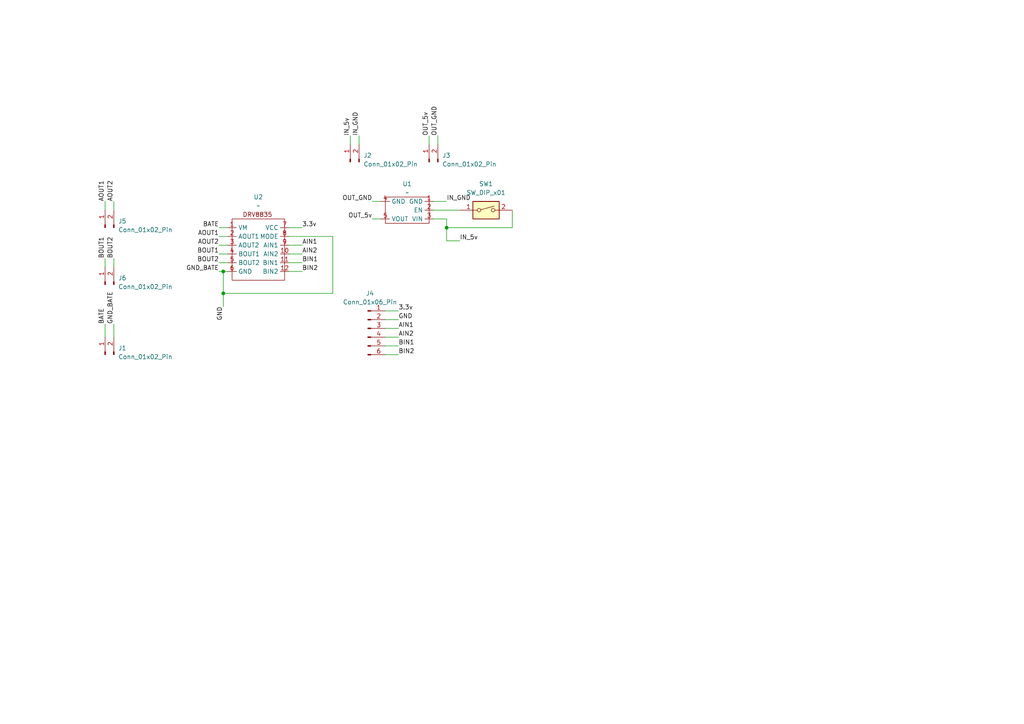
<source format=kicad_sch>
(kicad_sch
	(version 20231120)
	(generator "eeschema")
	(generator_version "8.0")
	(uuid "80f0c6d6-7882-4a10-858a-b11fd06a6ffb")
	(paper "A4")
	(lib_symbols
		(symbol "Connector:Conn_01x02_Pin"
			(pin_names
				(offset 1.016) hide)
			(exclude_from_sim no)
			(in_bom yes)
			(on_board yes)
			(property "Reference" "J"
				(at 0 2.54 0)
				(effects
					(font
						(size 1.27 1.27)
					)
				)
			)
			(property "Value" "Conn_01x02_Pin"
				(at 0 -5.08 0)
				(effects
					(font
						(size 1.27 1.27)
					)
				)
			)
			(property "Footprint" ""
				(at 0 0 0)
				(effects
					(font
						(size 1.27 1.27)
					)
					(hide yes)
				)
			)
			(property "Datasheet" "~"
				(at 0 0 0)
				(effects
					(font
						(size 1.27 1.27)
					)
					(hide yes)
				)
			)
			(property "Description" "Generic connector, single row, 01x02, script generated"
				(at 0 0 0)
				(effects
					(font
						(size 1.27 1.27)
					)
					(hide yes)
				)
			)
			(property "ki_locked" ""
				(at 0 0 0)
				(effects
					(font
						(size 1.27 1.27)
					)
				)
			)
			(property "ki_keywords" "connector"
				(at 0 0 0)
				(effects
					(font
						(size 1.27 1.27)
					)
					(hide yes)
				)
			)
			(property "ki_fp_filters" "Connector*:*_1x??_*"
				(at 0 0 0)
				(effects
					(font
						(size 1.27 1.27)
					)
					(hide yes)
				)
			)
			(symbol "Conn_01x02_Pin_1_1"
				(polyline
					(pts
						(xy 1.27 -2.54) (xy 0.8636 -2.54)
					)
					(stroke
						(width 0.1524)
						(type default)
					)
					(fill
						(type none)
					)
				)
				(polyline
					(pts
						(xy 1.27 0) (xy 0.8636 0)
					)
					(stroke
						(width 0.1524)
						(type default)
					)
					(fill
						(type none)
					)
				)
				(rectangle
					(start 0.8636 -2.413)
					(end 0 -2.667)
					(stroke
						(width 0.1524)
						(type default)
					)
					(fill
						(type outline)
					)
				)
				(rectangle
					(start 0.8636 0.127)
					(end 0 -0.127)
					(stroke
						(width 0.1524)
						(type default)
					)
					(fill
						(type outline)
					)
				)
				(pin passive line
					(at 5.08 0 180)
					(length 3.81)
					(name "Pin_1"
						(effects
							(font
								(size 1.27 1.27)
							)
						)
					)
					(number "1"
						(effects
							(font
								(size 1.27 1.27)
							)
						)
					)
				)
				(pin passive line
					(at 5.08 -2.54 180)
					(length 3.81)
					(name "Pin_2"
						(effects
							(font
								(size 1.27 1.27)
							)
						)
					)
					(number "2"
						(effects
							(font
								(size 1.27 1.27)
							)
						)
					)
				)
			)
		)
		(symbol "Connector:Conn_01x06_Pin"
			(pin_names
				(offset 1.016) hide)
			(exclude_from_sim no)
			(in_bom yes)
			(on_board yes)
			(property "Reference" "J"
				(at 0 7.62 0)
				(effects
					(font
						(size 1.27 1.27)
					)
				)
			)
			(property "Value" "Conn_01x06_Pin"
				(at 0 -10.16 0)
				(effects
					(font
						(size 1.27 1.27)
					)
				)
			)
			(property "Footprint" ""
				(at 0 0 0)
				(effects
					(font
						(size 1.27 1.27)
					)
					(hide yes)
				)
			)
			(property "Datasheet" "~"
				(at 0 0 0)
				(effects
					(font
						(size 1.27 1.27)
					)
					(hide yes)
				)
			)
			(property "Description" "Generic connector, single row, 01x06, script generated"
				(at 0 0 0)
				(effects
					(font
						(size 1.27 1.27)
					)
					(hide yes)
				)
			)
			(property "ki_locked" ""
				(at 0 0 0)
				(effects
					(font
						(size 1.27 1.27)
					)
				)
			)
			(property "ki_keywords" "connector"
				(at 0 0 0)
				(effects
					(font
						(size 1.27 1.27)
					)
					(hide yes)
				)
			)
			(property "ki_fp_filters" "Connector*:*_1x??_*"
				(at 0 0 0)
				(effects
					(font
						(size 1.27 1.27)
					)
					(hide yes)
				)
			)
			(symbol "Conn_01x06_Pin_1_1"
				(polyline
					(pts
						(xy 1.27 -7.62) (xy 0.8636 -7.62)
					)
					(stroke
						(width 0.1524)
						(type default)
					)
					(fill
						(type none)
					)
				)
				(polyline
					(pts
						(xy 1.27 -5.08) (xy 0.8636 -5.08)
					)
					(stroke
						(width 0.1524)
						(type default)
					)
					(fill
						(type none)
					)
				)
				(polyline
					(pts
						(xy 1.27 -2.54) (xy 0.8636 -2.54)
					)
					(stroke
						(width 0.1524)
						(type default)
					)
					(fill
						(type none)
					)
				)
				(polyline
					(pts
						(xy 1.27 0) (xy 0.8636 0)
					)
					(stroke
						(width 0.1524)
						(type default)
					)
					(fill
						(type none)
					)
				)
				(polyline
					(pts
						(xy 1.27 2.54) (xy 0.8636 2.54)
					)
					(stroke
						(width 0.1524)
						(type default)
					)
					(fill
						(type none)
					)
				)
				(polyline
					(pts
						(xy 1.27 5.08) (xy 0.8636 5.08)
					)
					(stroke
						(width 0.1524)
						(type default)
					)
					(fill
						(type none)
					)
				)
				(rectangle
					(start 0.8636 -7.493)
					(end 0 -7.747)
					(stroke
						(width 0.1524)
						(type default)
					)
					(fill
						(type outline)
					)
				)
				(rectangle
					(start 0.8636 -4.953)
					(end 0 -5.207)
					(stroke
						(width 0.1524)
						(type default)
					)
					(fill
						(type outline)
					)
				)
				(rectangle
					(start 0.8636 -2.413)
					(end 0 -2.667)
					(stroke
						(width 0.1524)
						(type default)
					)
					(fill
						(type outline)
					)
				)
				(rectangle
					(start 0.8636 0.127)
					(end 0 -0.127)
					(stroke
						(width 0.1524)
						(type default)
					)
					(fill
						(type outline)
					)
				)
				(rectangle
					(start 0.8636 2.667)
					(end 0 2.413)
					(stroke
						(width 0.1524)
						(type default)
					)
					(fill
						(type outline)
					)
				)
				(rectangle
					(start 0.8636 5.207)
					(end 0 4.953)
					(stroke
						(width 0.1524)
						(type default)
					)
					(fill
						(type outline)
					)
				)
				(pin passive line
					(at 5.08 5.08 180)
					(length 3.81)
					(name "Pin_1"
						(effects
							(font
								(size 1.27 1.27)
							)
						)
					)
					(number "1"
						(effects
							(font
								(size 1.27 1.27)
							)
						)
					)
				)
				(pin passive line
					(at 5.08 2.54 180)
					(length 3.81)
					(name "Pin_2"
						(effects
							(font
								(size 1.27 1.27)
							)
						)
					)
					(number "2"
						(effects
							(font
								(size 1.27 1.27)
							)
						)
					)
				)
				(pin passive line
					(at 5.08 0 180)
					(length 3.81)
					(name "Pin_3"
						(effects
							(font
								(size 1.27 1.27)
							)
						)
					)
					(number "3"
						(effects
							(font
								(size 1.27 1.27)
							)
						)
					)
				)
				(pin passive line
					(at 5.08 -2.54 180)
					(length 3.81)
					(name "Pin_4"
						(effects
							(font
								(size 1.27 1.27)
							)
						)
					)
					(number "4"
						(effects
							(font
								(size 1.27 1.27)
							)
						)
					)
				)
				(pin passive line
					(at 5.08 -5.08 180)
					(length 3.81)
					(name "Pin_5"
						(effects
							(font
								(size 1.27 1.27)
							)
						)
					)
					(number "5"
						(effects
							(font
								(size 1.27 1.27)
							)
						)
					)
				)
				(pin passive line
					(at 5.08 -7.62 180)
					(length 3.81)
					(name "Pin_6"
						(effects
							(font
								(size 1.27 1.27)
							)
						)
					)
					(number "6"
						(effects
							(font
								(size 1.27 1.27)
							)
						)
					)
				)
			)
		)
		(symbol "DCDC5v:5vOUT"
			(exclude_from_sim no)
			(in_bom yes)
			(on_board yes)
			(property "Reference" "U1"
				(at -6.35 -3.81 90)
				(effects
					(font
						(size 1.27 1.27)
					)
				)
			)
			(property "Value" "~"
				(at -3.81 -3.81 90)
				(effects
					(font
						(size 1.27 1.27)
					)
				)
			)
			(property "Footprint" "my_foot:TPS61230A"
				(at 0 0 0)
				(effects
					(font
						(size 1.27 1.27)
					)
					(hide yes)
				)
			)
			(property "Datasheet" ""
				(at 0 0 0)
				(effects
					(font
						(size 1.27 1.27)
					)
					(hide yes)
				)
			)
			(property "Description" ""
				(at 0 0 0)
				(effects
					(font
						(size 1.27 1.27)
					)
					(hide yes)
				)
			)
			(symbol "5vOUT_0_1"
				(rectangle
					(start -2.54 2.54)
					(end 5.08 -10.16)
					(stroke
						(width 0)
						(type default)
					)
					(fill
						(type none)
					)
				)
			)
			(symbol "5vOUT_1_1"
				(pin output line
					(at -1.27 3.81 270)
					(length 2.54)
					(name "GND"
						(effects
							(font
								(size 1.27 1.27)
							)
						)
					)
					(number "1"
						(effects
							(font
								(size 1.27 1.27)
							)
						)
					)
				)
				(pin output line
					(at 1.27 3.81 270)
					(length 2.54)
					(name "EN"
						(effects
							(font
								(size 1.27 1.27)
							)
						)
					)
					(number "2"
						(effects
							(font
								(size 1.27 1.27)
							)
						)
					)
				)
				(pin output line
					(at 3.81 3.81 270)
					(length 2.54)
					(name "VIN"
						(effects
							(font
								(size 1.27 1.27)
							)
						)
					)
					(number "3"
						(effects
							(font
								(size 1.27 1.27)
							)
						)
					)
				)
				(pin output line
					(at -1.27 -11.43 90)
					(length 2.54)
					(name "GND"
						(effects
							(font
								(size 1.27 1.27)
							)
						)
					)
					(number "4"
						(effects
							(font
								(size 1.27 1.27)
							)
						)
					)
				)
				(pin output line
					(at 3.81 -11.43 90)
					(length 2.54)
					(name "VOUT"
						(effects
							(font
								(size 1.27 1.27)
							)
						)
					)
					(number "5"
						(effects
							(font
								(size 1.27 1.27)
							)
						)
					)
				)
			)
		)
		(symbol "Switch:SW_DIP_x01"
			(pin_names
				(offset 0) hide)
			(exclude_from_sim no)
			(in_bom yes)
			(on_board yes)
			(property "Reference" "SW"
				(at 0 3.81 0)
				(effects
					(font
						(size 1.27 1.27)
					)
				)
			)
			(property "Value" "SW_DIP_x01"
				(at 0 -3.81 0)
				(effects
					(font
						(size 1.27 1.27)
					)
				)
			)
			(property "Footprint" ""
				(at 0 0 0)
				(effects
					(font
						(size 1.27 1.27)
					)
					(hide yes)
				)
			)
			(property "Datasheet" "~"
				(at 0 0 0)
				(effects
					(font
						(size 1.27 1.27)
					)
					(hide yes)
				)
			)
			(property "Description" "1x DIP Switch, Single Pole Single Throw (SPST) switch, small symbol"
				(at 0 0 0)
				(effects
					(font
						(size 1.27 1.27)
					)
					(hide yes)
				)
			)
			(property "ki_keywords" "dip switch"
				(at 0 0 0)
				(effects
					(font
						(size 1.27 1.27)
					)
					(hide yes)
				)
			)
			(property "ki_fp_filters" "SW?DIP?x1*"
				(at 0 0 0)
				(effects
					(font
						(size 1.27 1.27)
					)
					(hide yes)
				)
			)
			(symbol "SW_DIP_x01_0_0"
				(circle
					(center -2.032 0)
					(radius 0.508)
					(stroke
						(width 0)
						(type default)
					)
					(fill
						(type none)
					)
				)
				(polyline
					(pts
						(xy -1.524 0.127) (xy 2.3622 1.1684)
					)
					(stroke
						(width 0)
						(type default)
					)
					(fill
						(type none)
					)
				)
				(circle
					(center 2.032 0)
					(radius 0.508)
					(stroke
						(width 0)
						(type default)
					)
					(fill
						(type none)
					)
				)
			)
			(symbol "SW_DIP_x01_0_1"
				(rectangle
					(start -3.81 2.54)
					(end 3.81 -2.54)
					(stroke
						(width 0.254)
						(type default)
					)
					(fill
						(type background)
					)
				)
			)
			(symbol "SW_DIP_x01_1_1"
				(pin passive line
					(at -7.62 0 0)
					(length 5.08)
					(name "~"
						(effects
							(font
								(size 1.27 1.27)
							)
						)
					)
					(number "1"
						(effects
							(font
								(size 1.27 1.27)
							)
						)
					)
				)
				(pin passive line
					(at 7.62 0 180)
					(length 5.08)
					(name "~"
						(effects
							(font
								(size 1.27 1.27)
							)
						)
					)
					(number "2"
						(effects
							(font
								(size 1.27 1.27)
							)
						)
					)
				)
			)
		)
		(symbol "motor_driver:DRV8835"
			(exclude_from_sim no)
			(in_bom yes)
			(on_board yes)
			(property "Reference" "U2"
				(at -3.556 9.398 0)
				(effects
					(font
						(size 1.27 1.27)
					)
				)
			)
			(property "Value" ""
				(at 0 0 0)
				(effects
					(font
						(size 1.27 1.27)
					)
				)
			)
			(property "Footprint" ""
				(at 0 0 0)
				(effects
					(font
						(size 1.27 1.27)
					)
					(hide yes)
				)
			)
			(property "Datasheet" ""
				(at 0 0 0)
				(effects
					(font
						(size 1.27 1.27)
					)
					(hide yes)
				)
			)
			(property "Description" ""
				(at 0 0 0)
				(effects
					(font
						(size 1.27 1.27)
					)
					(hide yes)
				)
			)
			(symbol "DRV8835_0_1"
				(rectangle
					(start 1.27 7.62)
					(end 16.51 -10.16)
					(stroke
						(width 0)
						(type default)
					)
					(fill
						(type none)
					)
				)
			)
			(symbol "DRV8835_1_1"
				(text "DRV8835"
					(at 8.636 8.89 0)
					(effects
						(font
							(size 1.27 1.27)
						)
					)
				)
				(pin output line
					(at 0 5.08 0)
					(length 2.54)
					(name "VM"
						(effects
							(font
								(size 1.27 1.27)
							)
						)
					)
					(number "1"
						(effects
							(font
								(size 1.27 1.27)
							)
						)
					)
				)
				(pin output line
					(at 17.78 -2.54 180)
					(length 2.54)
					(name "AIN2"
						(effects
							(font
								(size 1.27 1.27)
							)
						)
					)
					(number "10"
						(effects
							(font
								(size 1.27 1.27)
							)
						)
					)
				)
				(pin output line
					(at 17.78 -5.08 180)
					(length 2.54)
					(name "BIN1"
						(effects
							(font
								(size 1.27 1.27)
							)
						)
					)
					(number "11"
						(effects
							(font
								(size 1.27 1.27)
							)
						)
					)
				)
				(pin output line
					(at 17.78 -7.62 180)
					(length 2.54)
					(name "BIN2"
						(effects
							(font
								(size 1.27 1.27)
							)
						)
					)
					(number "12"
						(effects
							(font
								(size 1.27 1.27)
							)
						)
					)
				)
				(pin output line
					(at 0 2.54 0)
					(length 2.54)
					(name "AOUT1"
						(effects
							(font
								(size 1.27 1.27)
							)
						)
					)
					(number "2"
						(effects
							(font
								(size 1.27 1.27)
							)
						)
					)
				)
				(pin output line
					(at 0 0 0)
					(length 2.54)
					(name "AOUT2"
						(effects
							(font
								(size 1.27 1.27)
							)
						)
					)
					(number "3"
						(effects
							(font
								(size 1.27 1.27)
							)
						)
					)
				)
				(pin output line
					(at 0 -2.54 0)
					(length 2.54)
					(name "BOUT1"
						(effects
							(font
								(size 1.27 1.27)
							)
						)
					)
					(number "4"
						(effects
							(font
								(size 1.27 1.27)
							)
						)
					)
				)
				(pin output line
					(at 0 -5.08 0)
					(length 2.54)
					(name "BOUT2"
						(effects
							(font
								(size 1.27 1.27)
							)
						)
					)
					(number "5"
						(effects
							(font
								(size 1.27 1.27)
							)
						)
					)
				)
				(pin output line
					(at 0 -7.62 0)
					(length 2.54)
					(name "GND"
						(effects
							(font
								(size 1.27 1.27)
							)
						)
					)
					(number "6"
						(effects
							(font
								(size 1.27 1.27)
							)
						)
					)
				)
				(pin output line
					(at 17.78 5.08 180)
					(length 2.54)
					(name "VCC"
						(effects
							(font
								(size 1.27 1.27)
							)
						)
					)
					(number "7"
						(effects
							(font
								(size 1.27 1.27)
							)
						)
					)
				)
				(pin output line
					(at 17.78 2.54 180)
					(length 2.54)
					(name "MODE"
						(effects
							(font
								(size 1.27 1.27)
							)
						)
					)
					(number "8"
						(effects
							(font
								(size 1.27 1.27)
							)
						)
					)
				)
				(pin output line
					(at 17.78 0 180)
					(length 2.54)
					(name "AIN1"
						(effects
							(font
								(size 1.27 1.27)
							)
						)
					)
					(number "9"
						(effects
							(font
								(size 1.27 1.27)
							)
						)
					)
				)
			)
		)
	)
	(junction
		(at 64.77 85.09)
		(diameter 0)
		(color 0 0 0 0)
		(uuid "5d118c3a-28a8-40de-b601-a2a86f727e30")
	)
	(junction
		(at 64.77 78.74)
		(diameter 0)
		(color 0 0 0 0)
		(uuid "948780e3-7a32-4e90-83af-8e8b7c601fe8")
	)
	(junction
		(at 129.54 66.04)
		(diameter 0)
		(color 0 0 0 0)
		(uuid "f5c25e9d-1b95-4a31-99bd-e182ed448d6f")
	)
	(wire
		(pts
			(xy 83.82 66.04) (xy 87.63 66.04)
		)
		(stroke
			(width 0)
			(type default)
		)
		(uuid "04a78769-45fc-4e94-821d-4ba2de86b443")
	)
	(wire
		(pts
			(xy 83.82 68.58) (xy 96.52 68.58)
		)
		(stroke
			(width 0)
			(type default)
		)
		(uuid "0a693fd2-97bb-49ee-aa16-dee24d15c611")
	)
	(wire
		(pts
			(xy 124.46 39.37) (xy 124.46 41.91)
		)
		(stroke
			(width 0)
			(type default)
		)
		(uuid "15a28320-9912-4be5-9dd0-faf5532dd01d")
	)
	(wire
		(pts
			(xy 96.52 68.58) (xy 96.52 85.09)
		)
		(stroke
			(width 0)
			(type default)
		)
		(uuid "174260fe-0479-448b-999a-cfe4815d4829")
	)
	(wire
		(pts
			(xy 111.76 92.71) (xy 115.57 92.71)
		)
		(stroke
			(width 0)
			(type default)
		)
		(uuid "19c6bd78-8442-4625-89aa-a73c6d7fbac5")
	)
	(wire
		(pts
			(xy 125.73 58.42) (xy 129.54 58.42)
		)
		(stroke
			(width 0)
			(type default)
		)
		(uuid "1bfd6e95-694b-49bd-8c9c-a2a5dde58a2c")
	)
	(wire
		(pts
			(xy 64.77 78.74) (xy 66.04 78.74)
		)
		(stroke
			(width 0)
			(type default)
		)
		(uuid "1f507fc0-52ad-4121-80ca-ebcd42c46e1e")
	)
	(wire
		(pts
			(xy 63.5 76.2) (xy 66.04 76.2)
		)
		(stroke
			(width 0)
			(type default)
		)
		(uuid "22a295a7-3921-4035-8011-276ea2e99473")
	)
	(wire
		(pts
			(xy 148.59 60.96) (xy 148.59 66.04)
		)
		(stroke
			(width 0)
			(type default)
		)
		(uuid "2a199348-5ca5-4cc0-be17-448c8a17f080")
	)
	(wire
		(pts
			(xy 83.82 73.66) (xy 87.63 73.66)
		)
		(stroke
			(width 0)
			(type default)
		)
		(uuid "2d13aca2-5fc4-4157-b592-b525dd42f189")
	)
	(wire
		(pts
			(xy 107.95 58.42) (xy 110.49 58.42)
		)
		(stroke
			(width 0)
			(type default)
		)
		(uuid "30d061bc-50f2-4d96-986f-9684d8495fd6")
	)
	(wire
		(pts
			(xy 125.73 60.96) (xy 133.35 60.96)
		)
		(stroke
			(width 0)
			(type default)
		)
		(uuid "394d01b6-75a8-446d-9c80-b01d1c4857cc")
	)
	(wire
		(pts
			(xy 30.48 58.42) (xy 30.48 60.96)
		)
		(stroke
			(width 0)
			(type default)
		)
		(uuid "3acff8b5-3af7-46dc-b304-1fadbd81d218")
	)
	(wire
		(pts
			(xy 127 39.37) (xy 127 41.91)
		)
		(stroke
			(width 0)
			(type default)
		)
		(uuid "3c4d1c57-2426-4613-a5b5-97f1cd96b0cb")
	)
	(wire
		(pts
			(xy 111.76 90.17) (xy 115.57 90.17)
		)
		(stroke
			(width 0)
			(type default)
		)
		(uuid "3c57df98-9bcb-4de9-8809-1a4cf6a5b449")
	)
	(wire
		(pts
			(xy 63.5 78.74) (xy 64.77 78.74)
		)
		(stroke
			(width 0)
			(type default)
		)
		(uuid "49cac142-f3f8-458a-ae5d-82c5917312ed")
	)
	(wire
		(pts
			(xy 30.48 93.98) (xy 30.48 97.79)
		)
		(stroke
			(width 0)
			(type default)
		)
		(uuid "59196ae6-b80f-449c-8696-858474a9e780")
	)
	(wire
		(pts
			(xy 104.14 39.37) (xy 104.14 41.91)
		)
		(stroke
			(width 0)
			(type default)
		)
		(uuid "5afd9416-f2f5-4994-adc9-7add41120c2a")
	)
	(wire
		(pts
			(xy 64.77 85.09) (xy 64.77 88.9)
		)
		(stroke
			(width 0)
			(type default)
		)
		(uuid "5ed9c7c7-5eca-45ea-944f-f9501fb52c40")
	)
	(wire
		(pts
			(xy 111.76 97.79) (xy 115.57 97.79)
		)
		(stroke
			(width 0)
			(type default)
		)
		(uuid "5f099689-29fe-4d64-887d-abcb0fe22082")
	)
	(wire
		(pts
			(xy 83.82 71.12) (xy 87.63 71.12)
		)
		(stroke
			(width 0)
			(type default)
		)
		(uuid "5f0b0ca7-f451-4133-964a-b644265422fc")
	)
	(wire
		(pts
			(xy 63.5 71.12) (xy 66.04 71.12)
		)
		(stroke
			(width 0)
			(type default)
		)
		(uuid "609eaa30-109e-4335-b4cd-b8d1eb659139")
	)
	(wire
		(pts
			(xy 63.5 68.58) (xy 66.04 68.58)
		)
		(stroke
			(width 0)
			(type default)
		)
		(uuid "7454f118-ab7a-40e2-8763-e4f19bee09ec")
	)
	(wire
		(pts
			(xy 111.76 100.33) (xy 115.57 100.33)
		)
		(stroke
			(width 0)
			(type default)
		)
		(uuid "756f7551-7f58-4148-b4cd-216de23ed715")
	)
	(wire
		(pts
			(xy 33.02 58.42) (xy 33.02 60.96)
		)
		(stroke
			(width 0)
			(type default)
		)
		(uuid "7aaab0c7-ce95-491e-812d-3b105a302594")
	)
	(wire
		(pts
			(xy 107.95 63.5) (xy 110.49 63.5)
		)
		(stroke
			(width 0)
			(type default)
		)
		(uuid "7d9ef34e-2644-4e0d-a8ca-ea888ce76047")
	)
	(wire
		(pts
			(xy 125.73 63.5) (xy 129.54 63.5)
		)
		(stroke
			(width 0)
			(type default)
		)
		(uuid "814d6567-b621-43a5-ac7d-21a0db748502")
	)
	(wire
		(pts
			(xy 101.6 39.37) (xy 101.6 41.91)
		)
		(stroke
			(width 0)
			(type default)
		)
		(uuid "8a054f1c-67f1-4890-af11-7a7f7b81f6f3")
	)
	(wire
		(pts
			(xy 129.54 63.5) (xy 129.54 66.04)
		)
		(stroke
			(width 0)
			(type default)
		)
		(uuid "90aaedb2-ae1f-4506-9d97-2532f68ecbc9")
	)
	(wire
		(pts
			(xy 111.76 102.87) (xy 115.57 102.87)
		)
		(stroke
			(width 0)
			(type default)
		)
		(uuid "95be341c-21f9-4c29-a0bb-c7a3ab4df272")
	)
	(wire
		(pts
			(xy 33.02 93.98) (xy 33.02 97.79)
		)
		(stroke
			(width 0)
			(type default)
		)
		(uuid "9edecee4-c110-4773-9855-39322b64d227")
	)
	(wire
		(pts
			(xy 148.59 66.04) (xy 129.54 66.04)
		)
		(stroke
			(width 0)
			(type default)
		)
		(uuid "bea08c92-8169-4985-bcdf-d1a52f1bb21b")
	)
	(wire
		(pts
			(xy 63.5 73.66) (xy 66.04 73.66)
		)
		(stroke
			(width 0)
			(type default)
		)
		(uuid "c5fa40df-7cbd-45e7-bdbb-cc50344d5b55")
	)
	(wire
		(pts
			(xy 83.82 78.74) (xy 87.63 78.74)
		)
		(stroke
			(width 0)
			(type default)
		)
		(uuid "d69621c6-fc74-4c47-8f11-2b696df4c1c8")
	)
	(wire
		(pts
			(xy 30.48 74.93) (xy 30.48 77.47)
		)
		(stroke
			(width 0)
			(type default)
		)
		(uuid "d8a4dd83-f3e9-494a-9607-e849a1147f8d")
	)
	(wire
		(pts
			(xy 33.02 74.93) (xy 33.02 77.47)
		)
		(stroke
			(width 0)
			(type default)
		)
		(uuid "d908069c-5cf1-461e-be9d-3bc1e77ccf7f")
	)
	(wire
		(pts
			(xy 63.5 66.04) (xy 66.04 66.04)
		)
		(stroke
			(width 0)
			(type default)
		)
		(uuid "dfa5c06a-7f95-4494-9aec-f8fc1337c45c")
	)
	(wire
		(pts
			(xy 83.82 76.2) (xy 87.63 76.2)
		)
		(stroke
			(width 0)
			(type default)
		)
		(uuid "e2c9c9ba-bdbc-4ed0-92a1-e183554035ac")
	)
	(wire
		(pts
			(xy 96.52 85.09) (xy 64.77 85.09)
		)
		(stroke
			(width 0)
			(type default)
		)
		(uuid "e97789e1-62d3-448c-9eb6-b8113e176c9e")
	)
	(wire
		(pts
			(xy 111.76 95.25) (xy 115.57 95.25)
		)
		(stroke
			(width 0)
			(type default)
		)
		(uuid "ed2feb80-8a1a-4628-80b5-ef16c5a3c79f")
	)
	(wire
		(pts
			(xy 129.54 69.85) (xy 133.35 69.85)
		)
		(stroke
			(width 0)
			(type default)
		)
		(uuid "ed311538-11a8-435a-8d47-1da0ceaebb47")
	)
	(wire
		(pts
			(xy 129.54 66.04) (xy 129.54 69.85)
		)
		(stroke
			(width 0)
			(type default)
		)
		(uuid "f6c4e4cf-5861-4150-965c-07198554f7fa")
	)
	(wire
		(pts
			(xy 64.77 85.09) (xy 64.77 78.74)
		)
		(stroke
			(width 0)
			(type default)
		)
		(uuid "f9f98ef8-382c-43fc-82b9-3f21d460d283")
	)
	(label "3.3v"
		(at 115.57 90.17 0)
		(fields_autoplaced yes)
		(effects
			(font
				(size 1.27 1.27)
			)
			(justify left bottom)
		)
		(uuid "0093ba9e-60e3-4eb5-87a7-5854501f5159")
	)
	(label "IN_GND"
		(at 104.14 39.37 90)
		(fields_autoplaced yes)
		(effects
			(font
				(size 1.27 1.27)
			)
			(justify left bottom)
		)
		(uuid "0e3e7457-a75f-430d-b665-6698ab68b8cd")
	)
	(label "BIN1"
		(at 115.57 100.33 0)
		(fields_autoplaced yes)
		(effects
			(font
				(size 1.27 1.27)
			)
			(justify left bottom)
		)
		(uuid "21ba1e73-fa9f-424d-aab8-35904bc723dd")
	)
	(label "3.3v"
		(at 87.63 66.04 0)
		(fields_autoplaced yes)
		(effects
			(font
				(size 1.27 1.27)
			)
			(justify left bottom)
		)
		(uuid "30338826-e498-4e1b-85e5-5fbd5821a0fa")
	)
	(label "BIN2"
		(at 87.63 78.74 0)
		(fields_autoplaced yes)
		(effects
			(font
				(size 1.27 1.27)
			)
			(justify left bottom)
		)
		(uuid "3e1c9384-dd96-45a3-970d-54aa9765253a")
	)
	(label "OUT_5v"
		(at 107.95 63.5 180)
		(fields_autoplaced yes)
		(effects
			(font
				(size 1.27 1.27)
			)
			(justify right bottom)
		)
		(uuid "437745d6-8d18-4e74-913d-2acc73e2ccb3")
	)
	(label "GND_BATE"
		(at 63.5 78.74 180)
		(fields_autoplaced yes)
		(effects
			(font
				(size 1.27 1.27)
			)
			(justify right bottom)
		)
		(uuid "5040dd1a-2f38-4261-bf22-dcef872d6b4e")
	)
	(label "BOUT1"
		(at 30.48 74.93 90)
		(fields_autoplaced yes)
		(effects
			(font
				(size 1.27 1.27)
			)
			(justify left bottom)
		)
		(uuid "5c88a92e-099b-430b-91da-9af7b9a72fa8")
	)
	(label "AIN2"
		(at 115.57 97.79 0)
		(fields_autoplaced yes)
		(effects
			(font
				(size 1.27 1.27)
			)
			(justify left bottom)
		)
		(uuid "645071b7-5158-4222-ad06-d2f45e82f074")
	)
	(label "AIN2"
		(at 87.63 73.66 0)
		(fields_autoplaced yes)
		(effects
			(font
				(size 1.27 1.27)
			)
			(justify left bottom)
		)
		(uuid "6dd706a8-9120-458b-a116-2213a3165e47")
	)
	(label "AOUT2"
		(at 63.5 71.12 180)
		(fields_autoplaced yes)
		(effects
			(font
				(size 1.27 1.27)
			)
			(justify right bottom)
		)
		(uuid "7bd60ea4-de38-4abe-8d57-503296dbb652")
	)
	(label "OUT_5v"
		(at 124.46 39.37 90)
		(fields_autoplaced yes)
		(effects
			(font
				(size 1.27 1.27)
			)
			(justify left bottom)
		)
		(uuid "7c93dae6-8c25-47f3-b471-5054dfbfb8ec")
	)
	(label "AIN1"
		(at 115.57 95.25 0)
		(fields_autoplaced yes)
		(effects
			(font
				(size 1.27 1.27)
			)
			(justify left bottom)
		)
		(uuid "81614c12-80ae-485a-b14b-c178a92dbbc7")
	)
	(label "GND"
		(at 115.57 92.71 0)
		(fields_autoplaced yes)
		(effects
			(font
				(size 1.27 1.27)
			)
			(justify left bottom)
		)
		(uuid "8189af64-9ce7-4a64-b990-5bbd561708f3")
	)
	(label "BATE"
		(at 63.5 66.04 180)
		(fields_autoplaced yes)
		(effects
			(font
				(size 1.27 1.27)
			)
			(justify right bottom)
		)
		(uuid "84110a18-c5f4-41f7-a632-87758b675839")
	)
	(label "BOUT2"
		(at 63.5 76.2 180)
		(fields_autoplaced yes)
		(effects
			(font
				(size 1.27 1.27)
			)
			(justify right bottom)
		)
		(uuid "86ce9b91-9f2a-4b66-8669-726527d73479")
	)
	(label "OUT_GND"
		(at 107.95 58.42 180)
		(fields_autoplaced yes)
		(effects
			(font
				(size 1.27 1.27)
			)
			(justify right bottom)
		)
		(uuid "884edbe6-5f74-448c-a57c-e8a9a69f299f")
	)
	(label "GND_BATE"
		(at 33.02 93.98 90)
		(fields_autoplaced yes)
		(effects
			(font
				(size 1.27 1.27)
			)
			(justify left bottom)
		)
		(uuid "8c83944e-cce8-4b74-8275-c6955132bdad")
	)
	(label "IN_5v"
		(at 101.6 39.37 90)
		(fields_autoplaced yes)
		(effects
			(font
				(size 1.27 1.27)
			)
			(justify left bottom)
		)
		(uuid "a06cba02-6387-4ace-8712-32c394960d08")
	)
	(label "AIN1"
		(at 87.63 71.12 0)
		(fields_autoplaced yes)
		(effects
			(font
				(size 1.27 1.27)
			)
			(justify left bottom)
		)
		(uuid "a7d7349e-49d9-4299-834f-522b394f0ffb")
	)
	(label "BIN2"
		(at 115.57 102.87 0)
		(fields_autoplaced yes)
		(effects
			(font
				(size 1.27 1.27)
			)
			(justify left bottom)
		)
		(uuid "afdeca64-24aa-49c1-a367-31678c1aa401")
	)
	(label "BIN1"
		(at 87.63 76.2 0)
		(fields_autoplaced yes)
		(effects
			(font
				(size 1.27 1.27)
			)
			(justify left bottom)
		)
		(uuid "b89927bf-b440-4084-a0ea-8ae5de494015")
	)
	(label "GND"
		(at 64.77 88.9 270)
		(fields_autoplaced yes)
		(effects
			(font
				(size 1.27 1.27)
			)
			(justify right bottom)
		)
		(uuid "bfe363a0-1ce1-40d2-8ecf-fda1c5afd24f")
	)
	(label "BATE"
		(at 30.48 93.98 90)
		(fields_autoplaced yes)
		(effects
			(font
				(size 1.27 1.27)
			)
			(justify left bottom)
		)
		(uuid "c4244e15-0f68-49bf-b9c9-e157f3dc250d")
	)
	(label "AOUT2"
		(at 33.02 58.42 90)
		(fields_autoplaced yes)
		(effects
			(font
				(size 1.27 1.27)
			)
			(justify left bottom)
		)
		(uuid "cd567c99-1d6f-4396-a38a-4c8ca77fccf4")
	)
	(label "BOUT1"
		(at 63.5 73.66 180)
		(fields_autoplaced yes)
		(effects
			(font
				(size 1.27 1.27)
			)
			(justify right bottom)
		)
		(uuid "d5df4dfa-4145-42be-95f4-63848208f837")
	)
	(label "AOUT1"
		(at 63.5 68.58 180)
		(fields_autoplaced yes)
		(effects
			(font
				(size 1.27 1.27)
			)
			(justify right bottom)
		)
		(uuid "d911c6e4-0916-421b-a6da-37dfede5262d")
	)
	(label "IN_5v"
		(at 133.35 69.85 0)
		(fields_autoplaced yes)
		(effects
			(font
				(size 1.27 1.27)
			)
			(justify left bottom)
		)
		(uuid "db9e248e-4712-4bac-a4ac-1ac9c553ca42")
	)
	(label "BOUT2"
		(at 33.02 74.93 90)
		(fields_autoplaced yes)
		(effects
			(font
				(size 1.27 1.27)
			)
			(justify left bottom)
		)
		(uuid "dc912c9e-5bfb-4835-86af-2523aa59da39")
	)
	(label "AOUT1"
		(at 30.48 58.42 90)
		(fields_autoplaced yes)
		(effects
			(font
				(size 1.27 1.27)
			)
			(justify left bottom)
		)
		(uuid "de5b498a-7b11-49fa-8405-d38b1e74dabf")
	)
	(label "IN_GND"
		(at 129.54 58.42 0)
		(fields_autoplaced yes)
		(effects
			(font
				(size 1.27 1.27)
			)
			(justify left bottom)
		)
		(uuid "f4602442-8895-4198-bcf1-f3f09d33dfb5")
	)
	(label "OUT_GND"
		(at 127 39.37 90)
		(fields_autoplaced yes)
		(effects
			(font
				(size 1.27 1.27)
			)
			(justify left bottom)
		)
		(uuid "f698e94d-fc7c-4fd0-8c3d-7ff2a4200374")
	)
	(symbol
		(lib_id "Connector:Conn_01x02_Pin")
		(at 124.46 46.99 90)
		(unit 1)
		(exclude_from_sim no)
		(in_bom yes)
		(on_board yes)
		(dnp no)
		(fields_autoplaced yes)
		(uuid "05a21a77-8bac-4025-a3b4-06711b2efa72")
		(property "Reference" "J3"
			(at 128.27 45.0849 90)
			(effects
				(font
					(size 1.27 1.27)
				)
				(justify right)
			)
		)
		(property "Value" "Conn_01x02_Pin"
			(at 128.27 47.6249 90)
			(effects
				(font
					(size 1.27 1.27)
				)
				(justify right)
			)
		)
		(property "Footprint" "Connector_PinHeader_2.54mm:PinHeader_1x02_P2.54mm_Horizontal"
			(at 124.46 46.99 0)
			(effects
				(font
					(size 1.27 1.27)
				)
				(hide yes)
			)
		)
		(property "Datasheet" "~"
			(at 124.46 46.99 0)
			(effects
				(font
					(size 1.27 1.27)
				)
				(hide yes)
			)
		)
		(property "Description" "Generic connector, single row, 01x02, script generated"
			(at 124.46 46.99 0)
			(effects
				(font
					(size 1.27 1.27)
				)
				(hide yes)
			)
		)
		(pin "1"
			(uuid "09293c40-3406-4d90-ba49-4128f00c6cf8")
		)
		(pin "2"
			(uuid "5a724340-45b8-4fdd-9899-6fb499f59c21")
		)
		(instances
			(project "ER_basic_motor"
				(path "/80f0c6d6-7882-4a10-858a-b11fd06a6ffb"
					(reference "J3")
					(unit 1)
				)
			)
		)
	)
	(symbol
		(lib_id "Connector:Conn_01x02_Pin")
		(at 30.48 102.87 90)
		(unit 1)
		(exclude_from_sim no)
		(in_bom yes)
		(on_board yes)
		(dnp no)
		(fields_autoplaced yes)
		(uuid "591d46fd-b6fb-4041-a5b7-994293d84ad6")
		(property "Reference" "J1"
			(at 34.29 100.9649 90)
			(effects
				(font
					(size 1.27 1.27)
				)
				(justify right)
			)
		)
		(property "Value" "Conn_01x02_Pin"
			(at 34.29 103.5049 90)
			(effects
				(font
					(size 1.27 1.27)
				)
				(justify right)
			)
		)
		(property "Footprint" "Connector_JST:JST_PH_S2B-PH-K_1x02_P2.00mm_Horizontal"
			(at 30.48 102.87 0)
			(effects
				(font
					(size 1.27 1.27)
				)
				(hide yes)
			)
		)
		(property "Datasheet" "~"
			(at 30.48 102.87 0)
			(effects
				(font
					(size 1.27 1.27)
				)
				(hide yes)
			)
		)
		(property "Description" "Generic connector, single row, 01x02, script generated"
			(at 30.48 102.87 0)
			(effects
				(font
					(size 1.27 1.27)
				)
				(hide yes)
			)
		)
		(pin "1"
			(uuid "20e91073-e447-44a3-a0da-a8516651e336")
		)
		(pin "2"
			(uuid "7f660539-d7d6-4f2e-932f-1f65612b3345")
		)
		(instances
			(project "ER_basic_motor"
				(path "/80f0c6d6-7882-4a10-858a-b11fd06a6ffb"
					(reference "J1")
					(unit 1)
				)
			)
		)
	)
	(symbol
		(lib_id "Connector:Conn_01x02_Pin")
		(at 30.48 66.04 90)
		(unit 1)
		(exclude_from_sim no)
		(in_bom yes)
		(on_board yes)
		(dnp no)
		(fields_autoplaced yes)
		(uuid "8accd740-5cf7-40b1-bbd9-478a9b994cc2")
		(property "Reference" "J5"
			(at 34.29 64.1349 90)
			(effects
				(font
					(size 1.27 1.27)
				)
				(justify right)
			)
		)
		(property "Value" "Conn_01x02_Pin"
			(at 34.29 66.6749 90)
			(effects
				(font
					(size 1.27 1.27)
				)
				(justify right)
			)
		)
		(property "Footprint" "Connector_PinHeader_2.54mm:PinHeader_1x02_P2.54mm_Vertical"
			(at 30.48 66.04 0)
			(effects
				(font
					(size 1.27 1.27)
				)
				(hide yes)
			)
		)
		(property "Datasheet" "~"
			(at 30.48 66.04 0)
			(effects
				(font
					(size 1.27 1.27)
				)
				(hide yes)
			)
		)
		(property "Description" "Generic connector, single row, 01x02, script generated"
			(at 30.48 66.04 0)
			(effects
				(font
					(size 1.27 1.27)
				)
				(hide yes)
			)
		)
		(pin "1"
			(uuid "f38b9da9-daad-49a8-860e-35ab6a3522e3")
		)
		(pin "2"
			(uuid "63437405-dc9a-4d8d-92cd-5e3b64f4eb04")
		)
		(instances
			(project "ER_basic_motor"
				(path "/80f0c6d6-7882-4a10-858a-b11fd06a6ffb"
					(reference "J5")
					(unit 1)
				)
			)
		)
	)
	(symbol
		(lib_id "Connector:Conn_01x06_Pin")
		(at 106.68 95.25 0)
		(unit 1)
		(exclude_from_sim no)
		(in_bom yes)
		(on_board yes)
		(dnp no)
		(fields_autoplaced yes)
		(uuid "9b93891d-03fc-4753-b7d4-66b6ee54fa20")
		(property "Reference" "J4"
			(at 107.315 85.09 0)
			(effects
				(font
					(size 1.27 1.27)
				)
			)
		)
		(property "Value" "Conn_01x06_Pin"
			(at 107.315 87.63 0)
			(effects
				(font
					(size 1.27 1.27)
				)
			)
		)
		(property "Footprint" "Connector_PinHeader_2.54mm:PinHeader_1x06_P2.54mm_Horizontal"
			(at 106.68 95.25 0)
			(effects
				(font
					(size 1.27 1.27)
				)
				(hide yes)
			)
		)
		(property "Datasheet" "~"
			(at 106.68 95.25 0)
			(effects
				(font
					(size 1.27 1.27)
				)
				(hide yes)
			)
		)
		(property "Description" "Generic connector, single row, 01x06, script generated"
			(at 106.68 95.25 0)
			(effects
				(font
					(size 1.27 1.27)
				)
				(hide yes)
			)
		)
		(pin "2"
			(uuid "9a2e5e83-9c21-4cc9-a118-2c3940ec9955")
		)
		(pin "1"
			(uuid "93d5a4f0-ca23-4585-ad15-709182c5445e")
		)
		(pin "3"
			(uuid "d56983f0-4c3d-4d59-9028-574ffb8ae43b")
		)
		(pin "5"
			(uuid "58f7d9b1-7103-45fc-8a47-170980d299a4")
		)
		(pin "4"
			(uuid "b7f66d87-338a-4b20-97dc-7f9c07c1c243")
		)
		(pin "6"
			(uuid "864c4bc6-2c23-4c83-b607-e68214017622")
		)
		(instances
			(project "ER_basic_motor"
				(path "/80f0c6d6-7882-4a10-858a-b11fd06a6ffb"
					(reference "J4")
					(unit 1)
				)
			)
		)
	)
	(symbol
		(lib_id "Connector:Conn_01x02_Pin")
		(at 30.48 82.55 90)
		(unit 1)
		(exclude_from_sim no)
		(in_bom yes)
		(on_board yes)
		(dnp no)
		(fields_autoplaced yes)
		(uuid "ca49987c-7ede-468a-8bf9-0692293be63c")
		(property "Reference" "J6"
			(at 34.29 80.6449 90)
			(effects
				(font
					(size 1.27 1.27)
				)
				(justify right)
			)
		)
		(property "Value" "Conn_01x02_Pin"
			(at 34.29 83.1849 90)
			(effects
				(font
					(size 1.27 1.27)
				)
				(justify right)
			)
		)
		(property "Footprint" "Connector_PinHeader_2.54mm:PinHeader_1x02_P2.54mm_Vertical"
			(at 30.48 82.55 0)
			(effects
				(font
					(size 1.27 1.27)
				)
				(hide yes)
			)
		)
		(property "Datasheet" "~"
			(at 30.48 82.55 0)
			(effects
				(font
					(size 1.27 1.27)
				)
				(hide yes)
			)
		)
		(property "Description" "Generic connector, single row, 01x02, script generated"
			(at 30.48 82.55 0)
			(effects
				(font
					(size 1.27 1.27)
				)
				(hide yes)
			)
		)
		(pin "1"
			(uuid "16cbb558-b067-4b9a-83f3-cd4be34bad3b")
		)
		(pin "2"
			(uuid "e46e8e22-0db4-4beb-964f-68b3e66b009c")
		)
		(instances
			(project "ER_basic_motor"
				(path "/80f0c6d6-7882-4a10-858a-b11fd06a6ffb"
					(reference "J6")
					(unit 1)
				)
			)
		)
	)
	(symbol
		(lib_id "DCDC5v:5vOUT")
		(at 121.92 59.69 270)
		(unit 1)
		(exclude_from_sim no)
		(in_bom yes)
		(on_board yes)
		(dnp no)
		(fields_autoplaced yes)
		(uuid "d2249bff-bd4b-4270-bfae-81bad3c922b1")
		(property "Reference" "U1"
			(at 118.11 53.34 90)
			(effects
				(font
					(size 1.27 1.27)
				)
			)
		)
		(property "Value" "~"
			(at 118.11 55.88 90)
			(effects
				(font
					(size 1.27 1.27)
				)
			)
		)
		(property "Footprint" "my_foot:TPS61230A"
			(at 121.92 59.69 0)
			(effects
				(font
					(size 1.27 1.27)
				)
				(hide yes)
			)
		)
		(property "Datasheet" ""
			(at 121.92 59.69 0)
			(effects
				(font
					(size 1.27 1.27)
				)
				(hide yes)
			)
		)
		(property "Description" ""
			(at 121.92 59.69 0)
			(effects
				(font
					(size 1.27 1.27)
				)
				(hide yes)
			)
		)
		(pin "3"
			(uuid "c1573484-87a2-4672-8ecf-9ec44dee551c")
		)
		(pin "2"
			(uuid "77727ec9-003b-4c3e-9de9-082eb4750ee5")
		)
		(pin "1"
			(uuid "12aecba9-1a96-44af-804d-8767b30010bc")
		)
		(pin "5"
			(uuid "77284211-507b-4767-9dd0-83133c30e7ee")
		)
		(pin "4"
			(uuid "e7dd1611-da56-409c-847e-018f8a33766f")
		)
		(instances
			(project "ER_basic_motor"
				(path "/80f0c6d6-7882-4a10-858a-b11fd06a6ffb"
					(reference "U1")
					(unit 1)
				)
			)
		)
	)
	(symbol
		(lib_id "motor_driver:DRV8835")
		(at 66.04 71.12 0)
		(unit 1)
		(exclude_from_sim no)
		(in_bom yes)
		(on_board yes)
		(dnp no)
		(fields_autoplaced yes)
		(uuid "d94c304a-f5e0-4951-b882-e8dcb5867cd4")
		(property "Reference" "U2"
			(at 74.93 57.15 0)
			(effects
				(font
					(size 1.27 1.27)
				)
			)
		)
		(property "Value" "~"
			(at 74.93 59.69 0)
			(effects
				(font
					(size 1.27 1.27)
				)
			)
		)
		(property "Footprint" "my_foot:DRV8835"
			(at 66.04 71.12 0)
			(effects
				(font
					(size 1.27 1.27)
				)
				(hide yes)
			)
		)
		(property "Datasheet" ""
			(at 66.04 71.12 0)
			(effects
				(font
					(size 1.27 1.27)
				)
				(hide yes)
			)
		)
		(property "Description" ""
			(at 66.04 71.12 0)
			(effects
				(font
					(size 1.27 1.27)
				)
				(hide yes)
			)
		)
		(pin "4"
			(uuid "f1133648-7c9d-402e-a3ea-f05ebf42017f")
		)
		(pin "8"
			(uuid "f7de7e70-f448-4291-90d8-720a2289115f")
		)
		(pin "11"
			(uuid "b7a520a5-9b54-400f-97e4-ce8a4076afec")
		)
		(pin "10"
			(uuid "08e6e9b3-f748-4733-9a2f-29e32367785b")
		)
		(pin "6"
			(uuid "8e91d377-d9e8-4491-b8cf-89da63e12e04")
		)
		(pin "9"
			(uuid "9526daa7-10b1-402e-8400-24e04c2285f2")
		)
		(pin "3"
			(uuid "e43b814d-c6aa-4524-a5b4-d6123d2532bc")
		)
		(pin "7"
			(uuid "5188ee17-1f50-471f-8e74-3ef8c6acca95")
		)
		(pin "12"
			(uuid "c5cf2e8f-1a19-4f59-9f22-4b2f476a5c14")
		)
		(pin "2"
			(uuid "5bc96f8d-0c28-434a-b1f0-f70f650d7988")
		)
		(pin "1"
			(uuid "a4967630-140b-414f-96de-345aade7819e")
		)
		(pin "5"
			(uuid "a7935d00-05fa-43f1-8687-760aadadaff1")
		)
		(instances
			(project "ER_basic_motor"
				(path "/80f0c6d6-7882-4a10-858a-b11fd06a6ffb"
					(reference "U2")
					(unit 1)
				)
			)
		)
	)
	(symbol
		(lib_id "Switch:SW_DIP_x01")
		(at 140.97 60.96 0)
		(unit 1)
		(exclude_from_sim no)
		(in_bom yes)
		(on_board yes)
		(dnp no)
		(fields_autoplaced yes)
		(uuid "e36af18c-6458-4c71-b225-7b67b000756a")
		(property "Reference" "SW1"
			(at 140.97 53.34 0)
			(effects
				(font
					(size 1.27 1.27)
				)
			)
		)
		(property "Value" "SW_DIP_x01"
			(at 140.97 55.88 0)
			(effects
				(font
					(size 1.27 1.27)
				)
			)
		)
		(property "Footprint" "my_foot:SWITCH"
			(at 140.97 60.96 0)
			(effects
				(font
					(size 1.27 1.27)
				)
				(hide yes)
			)
		)
		(property "Datasheet" "~"
			(at 140.97 60.96 0)
			(effects
				(font
					(size 1.27 1.27)
				)
				(hide yes)
			)
		)
		(property "Description" "1x DIP Switch, Single Pole Single Throw (SPST) switch, small symbol"
			(at 140.97 60.96 0)
			(effects
				(font
					(size 1.27 1.27)
				)
				(hide yes)
			)
		)
		(pin "2"
			(uuid "5a88ff43-6f46-411d-a609-33888c6a524a")
		)
		(pin "1"
			(uuid "75e29d68-da3c-4c25-8e4f-17f958702098")
		)
		(instances
			(project "ER_basic_motor"
				(path "/80f0c6d6-7882-4a10-858a-b11fd06a6ffb"
					(reference "SW1")
					(unit 1)
				)
			)
		)
	)
	(symbol
		(lib_id "Connector:Conn_01x02_Pin")
		(at 101.6 46.99 90)
		(unit 1)
		(exclude_from_sim no)
		(in_bom yes)
		(on_board yes)
		(dnp no)
		(fields_autoplaced yes)
		(uuid "f68da93f-928d-48dc-bad4-8ca0229179b8")
		(property "Reference" "J2"
			(at 105.41 45.0849 90)
			(effects
				(font
					(size 1.27 1.27)
				)
				(justify right)
			)
		)
		(property "Value" "Conn_01x02_Pin"
			(at 105.41 47.6249 90)
			(effects
				(font
					(size 1.27 1.27)
				)
				(justify right)
			)
		)
		(property "Footprint" "Connector_JST:JST_PH_S2B-PH-K_1x02_P2.00mm_Horizontal"
			(at 101.6 46.99 0)
			(effects
				(font
					(size 1.27 1.27)
				)
				(hide yes)
			)
		)
		(property "Datasheet" "~"
			(at 101.6 46.99 0)
			(effects
				(font
					(size 1.27 1.27)
				)
				(hide yes)
			)
		)
		(property "Description" "Generic connector, single row, 01x02, script generated"
			(at 101.6 46.99 0)
			(effects
				(font
					(size 1.27 1.27)
				)
				(hide yes)
			)
		)
		(pin "1"
			(uuid "59e49d46-77e7-4550-931e-1dd3645a1789")
		)
		(pin "2"
			(uuid "d4c050ff-06ae-4239-b1f7-4b2a03da626d")
		)
		(instances
			(project "ER_basic_motor"
				(path "/80f0c6d6-7882-4a10-858a-b11fd06a6ffb"
					(reference "J2")
					(unit 1)
				)
			)
		)
	)
	(sheet_instances
		(path "/"
			(page "1")
		)
	)
)
</source>
